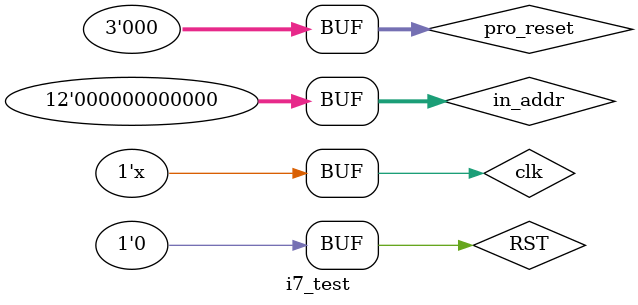
<source format=v>
module i7_test();
	reg clk,RST;
	reg [2:0]pro_reset;
	reg [11:0]in_addr;
	wire [15:0]leds;
	wire [7:0]SEG;
    wire [7:0]AN;
    initial begin
    	clk = 0;
    	RST = 0;
    	pro_reset = 0;
    	in_addr = 0;
//    	$monitor("At time %t, ocnt = %d", $time, clk);
//    	$dumpfile("counter_test.vcd");
//		$dumpvars(0, i7test);
    end
    always #5 clk = ~clk;
	i7_6700k i7test(clk,RST,pro_reset,in_addr,leds,SEG,AN);
endmodule
</source>
